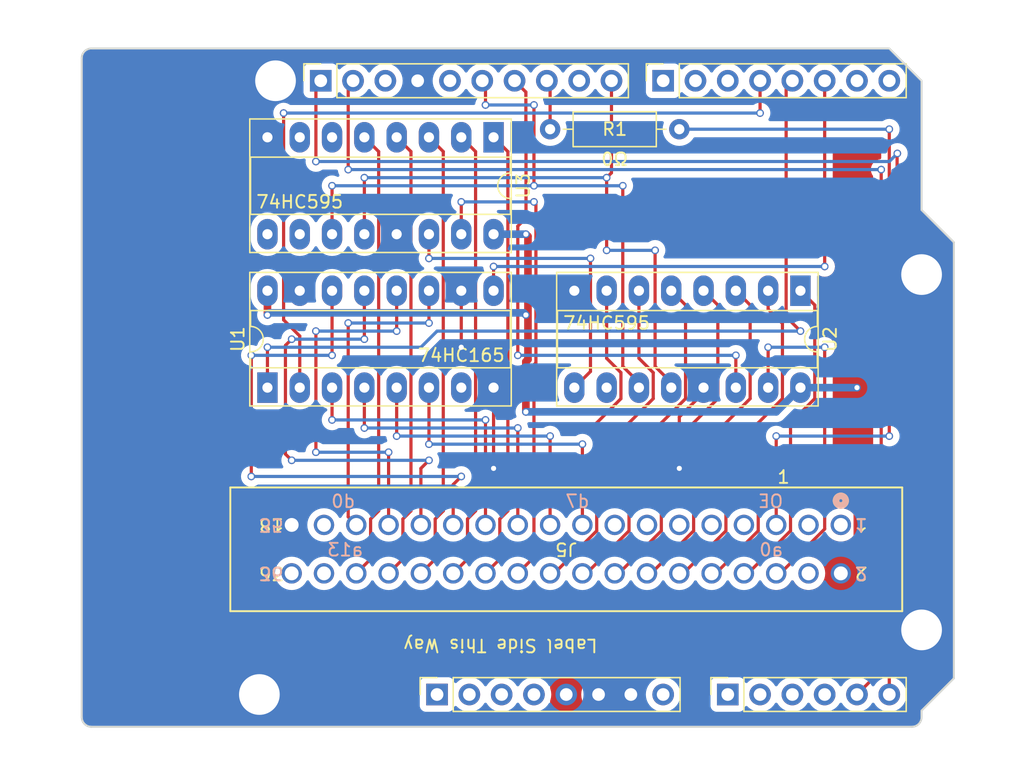
<source format=kicad_pcb>
(kicad_pcb (version 20221018) (generator pcbnew)
  (title_block (date "mar. 31 mars 2015"))
  (layers (0 "F.Cu" signal) (31 "B.Cu" signal) (34 "B.Paste" user) (35 "F.Paste" user) (36 "B.SilkS" user "B.Silkscreen") (37 "F.SilkS" user "F.Silkscreen") (38 "B.Mask" user) (39 "F.Mask" user) (44 "Edge.Cuts" user))
  (net 0 "")
  (net 1 "GND")
  (net 3 "+5V")
  (net 4 "/IOREF")
  (net 5 "/A0")
  (net 6 "/A1")
  (net 7 "/A2")
  (net 8 "/A3")
  (net 9 "/SDA{slash}A4")
  (net 10 "/SCL{slash}A5")
  (net 11 "/13")
  (net 12 "/12")
  (net 13 "/AREF")
  (net 14 "/8")
  (net 15 "/7")
  (net 16 "/*11")
  (net 17 "/*10")
  (net 18 "/*9")
  (net 19 "/4")
  (net 20 "/2")
  (net 21 "/*6")
  (net 22 "/*5")
  (net 23 "/TX{slash}1")
  (net 24 "/*3")
  (net 25 "/RX{slash}0")
  (net 26 "+3V3")
  (net 27 "VCC")
  (net 28 "/~{RESET}")
  (net 32 "/ROM_OE")
  (net 33 "/ROM_A0")
  (net 35 "/ROM_A1")
  (net 37 "/ROM_A2")
  (net 39 "/ROM_A3")
  (net 41 "/ROM_A4")
  (net 43 "/ROM_A5")
  (net 44 "/ROM_D7")
  (net 45 "/ROM_A6")
  (net 46 "/ROM_D6")
  (net 47 "/ROM_A7")
  (net 48 "/ROM_D5")
  (net 49 "/ROM_A8")
  (net 50 "/ROM_D4")
  (net 51 "/ROM_A9")
  (net 52 "/ROM_D3")
  (net 53 "/ROM_A10")
  (net 54 "/ROM_D2")
  (net 55 "/ROM_A11")
  (net 56 "/ROM_D1")
  (net 57 "/ROM_A12")
  (net 58 "/ROM_D0")
  (net 59 "/ROM_A13")
  (net 64 "Net-(U2-QH')")
  (footprint "Connector_PinSocket_2.54mm:PinSocket_1x08_P2.54mm_Vertical" (layer "F.Cu") (at 127.94 97.46 90)
    (fp_text reference "J1" hide)
    (fp_text value "Power")
    (fp_line (start -1.33 1.27) (end -1.33 19.11) (stroke (width 0.12)) (layer "F.SilkS"))
    (fp_line (start -1.33 1.27) (end 1.33 1.27) (stroke (width 0.12)) (layer "F.SilkS"))
    (fp_line (start -1.33 19.11) (end 1.33 19.11) (stroke (width 0.12)) (layer "F.SilkS"))
    (fp_line (start 0 -1.33) (end 1.33 -1.33) (stroke (width 0.12)) (layer "F.SilkS"))
    (fp_line (start 1.33 -1.33) (end 1.33 0) (stroke (width 0.12)) (layer "F.SilkS"))
    (fp_line (start 1.33 1.27) (end 1.33 19.11) (stroke (width 0.12)) (layer "F.SilkS"))
    (pad "1" thru_hole rect locked (at 0 0 90) (size 1.7 1.7) (drill 1) (layers "*.Cu" "*.Mask"))
    (pad "2" thru_hole oval locked (at 0 2.54 90) (size 1.7 1.7) (drill 1) (layers "*.Cu" "*.Mask") (net 4 "/IOREF"))
    (pad "3" thru_hole oval locked (at 0 5.08 90) (size 1.7 1.7) (drill 1) (layers "*.Cu" "*.Mask") (net 28 "/~{RESET}"))
    (pad "4" thru_hole oval locked (at 0 7.62 90) (size 1.7 1.7) (drill 1) (layers "*.Cu" "*.Mask") (net 26 "+3V3"))
    (pad "5" thru_hole oval locked (at 0 10.16 90) (size 1.7 1.7) (drill 1) (layers "*.Cu" "*.Mask") (net 3 "+5V"))
    (pad "6" thru_hole oval locked (at 0 12.7 90) (size 1.7 1.7) (drill 1) (layers "*.Cu" "*.Mask") (net 1 "GND"))
    (pad "7" thru_hole oval locked (at 0 15.24 90) (size 1.7 1.7) (drill 1) (layers "*.Cu" "*.Mask") (net 1 "GND"))
    (pad "8" thru_hole oval locked (at 0 17.78 90) (size 1.7 1.7) (drill 1) (layers "*.Cu" "*.Mask") (net 27 "VCC"))
  )
  (footprint "Connector_PinSocket_2.54mm:PinSocket_1x06_P2.54mm_Vertical" (layer "F.Cu") (at 150.8 97.46 90)
    (fp_text reference "J3" hide)
    (fp_text value "Analog")
    (fp_line (start -1.33 1.27) (end -1.33 14.03) (stroke (width 0.12)) (layer "F.SilkS"))
    (fp_line (start -1.33 1.27) (end 1.33 1.27) (stroke (width 0.12)) (layer "F.SilkS"))
    (fp_line (start -1.33 14.03) (end 1.33 14.03) (stroke (width 0.12)) (layer "F.SilkS"))
    (fp_line (start 0 -1.33) (end 1.33 -1.33) (stroke (width 0.12)) (layer "F.SilkS"))
    (fp_line (start 1.33 -1.33) (end 1.33 0) (stroke (width 0.12)) (layer "F.SilkS"))
    (fp_line (start 1.33 1.27) (end 1.33 14.03) (stroke (width 0.12)) (layer "F.SilkS"))
    (pad "1" thru_hole rect locked (at 0 0 90) (size 1.7 1.7) (drill 1) (layers "*.Cu" "*.Mask") (net 5 "/A0"))
    (pad "2" thru_hole oval locked (at 0 2.54 90) (size 1.7 1.7) (drill 1) (layers "*.Cu" "*.Mask") (net 6 "/A1"))
    (pad "3" thru_hole oval locked (at 0 5.08 90) (size 1.7 1.7) (drill 1) (layers "*.Cu" "*.Mask") (net 7 "/A2"))
    (pad "4" thru_hole oval locked (at 0 7.62 90) (size 1.7 1.7) (drill 1) (layers "*.Cu" "*.Mask") (net 8 "/A3"))
    (pad "5" thru_hole oval locked (at 0 10.16 90) (size 1.7 1.7) (drill 1) (layers "*.Cu" "*.Mask") (net 9 "/SDA{slash}A4"))
    (pad "6" thru_hole oval locked (at 0 12.7 90) (size 1.7 1.7) (drill 1) (layers "*.Cu" "*.Mask") (net 10 "/SCL{slash}A5"))
  )
  (footprint "Connector_PinSocket_2.54mm:PinSocket_1x10_P2.54mm_Vertical" (layer "F.Cu") (at 118.796 49.2 90)
    (fp_text reference "J2" (at 0 -2.77 90) (layer "F.SilkS"))
    (fp_text value "Digital/PWM")
    (fp_line (start -1.33 1.27) (end -1.33 24.19) (stroke (width 0.12)) (layer "F.SilkS"))
    (fp_line (start -1.33 1.27) (end 1.33 1.27) (stroke (width 0.12)) (layer "F.SilkS"))
    (fp_line (start -1.33 24.19) (end 1.33 24.19) (stroke (width 0.12)) (layer "F.SilkS"))
    (fp_line (start 0 -1.33) (end 1.33 -1.33) (stroke (width 0.12)) (layer "F.SilkS"))
    (fp_line (start 1.33 -1.33) (end 1.33 0) (stroke (width 0.12)) (layer "F.SilkS"))
    (fp_line (start 1.33 1.27) (end 1.33 24.19) (stroke (width 0.12)) (layer "F.SilkS"))
    (pad "1" thru_hole rect locked (at 0 0 90) (size 1.7 1.7) (drill 1) (layers "*.Cu" "*.Mask") (net 10 "/SCL{slash}A5"))
    (pad "2" thru_hole oval locked (at 0 2.54 90) (size 1.7 1.7) (drill 1) (layers "*.Cu" "*.Mask") (net 9 "/SDA{slash}A4"))
    (pad "3" thru_hole oval locked (at 0 5.08 90) (size 1.7 1.7) (drill 1) (layers "*.Cu" "*.Mask") (net 13 "/AREF"))
    (pad "4" thru_hole oval locked (at 0 7.62 90) (size 1.7 1.7) (drill 1) (layers "*.Cu" "*.Mask") (net 1 "GND"))
    (pad "5" thru_hole oval locked (at 0 10.16 90) (size 1.7 1.7) (drill 1) (layers "*.Cu" "*.Mask") (net 11 "/13"))
    (pad "6" thru_hole oval locked (at 0 12.7 90) (size 1.7 1.7) (drill 1) (layers "*.Cu" "*.Mask") (net 12 "/12"))
    (pad "7" thru_hole oval locked (at 0 15.24 90) (size 1.7 1.7) (drill 1) (layers "*.Cu" "*.Mask") (net 16 "/*11"))
    (pad "8" thru_hole oval locked (at 0 17.78 90) (size 1.7 1.7) (drill 1) (layers "*.Cu" "*.Mask") (net 17 "/*10"))
    (pad "9" thru_hole oval locked (at 0 20.32 90) (size 1.7 1.7) (drill 1) (layers "*.Cu" "*.Mask") (net 18 "/*9"))
    (pad "10" thru_hole oval locked (at 0 22.86 90) (size 1.7 1.7) (drill 1) (layers "*.Cu" "*.Mask") (net 14 "/8"))
  )
  (footprint "Connector_PinSocket_2.54mm:PinSocket_1x08_P2.54mm_Vertical" (layer "F.Cu") (at 145.72 49.2 90)
    (fp_text reference "J4" hide)
    (fp_text value "Digital/PWM")
    (fp_line (start -1.33 1.27) (end -1.33 19.11) (stroke (width 0.12)) (layer "F.SilkS"))
    (fp_line (start -1.33 1.27) (end 1.33 1.27) (stroke (width 0.12)) (layer "F.SilkS"))
    (fp_line (start -1.33 19.11) (end 1.33 19.11) (stroke (width 0.12)) (layer "F.SilkS"))
    (fp_line (start 0 -1.33) (end 1.33 -1.33) (stroke (width 0.12)) (layer "F.SilkS"))
    (fp_line (start 1.33 -1.33) (end 1.33 0) (stroke (width 0.12)) (layer "F.SilkS"))
    (fp_line (start 1.33 1.27) (end 1.33 19.11) (stroke (width 0.12)) (layer "F.SilkS"))
    (pad "1" thru_hole rect locked (at 0 0 90) (size 1.7 1.7) (drill 1) (layers "*.Cu" "*.Mask") (net 15 "/7"))
    (pad "2" thru_hole oval locked (at 0 2.54 90) (size 1.7 1.7) (drill 1) (layers "*.Cu" "*.Mask") (net 21 "/*6"))
    (pad "3" thru_hole oval locked (at 0 5.08 90) (size 1.7 1.7) (drill 1) (layers "*.Cu" "*.Mask") (net 22 "/*5"))
    (pad "4" thru_hole oval locked (at 0 7.62 90) (size 1.7 1.7) (drill 1) (layers "*.Cu" "*.Mask") (net 19 "/4"))
    (pad "5" thru_hole oval locked (at 0 10.16 90) (size 1.7 1.7) (drill 1) (layers "*.Cu" "*.Mask") (net 24 "/*3"))
    (pad "6" thru_hole oval locked (at 0 12.7 90) (size 1.7 1.7) (drill 1) (layers "*.Cu" "*.Mask") (net 20 "/2"))
    (pad "7" thru_hole oval locked (at 0 15.24 90) (size 1.7 1.7) (drill 1) (layers "*.Cu" "*.Mask") (net 23 "/TX{slash}1"))
    (pad "8" thru_hole oval locked (at 0 17.78 90) (size 1.7 1.7) (drill 1) (layers "*.Cu" "*.Mask") (net 25 "/RX{slash}0"))
  )
  (footprint "Package_DIP:DIP-16_W7.62mm_Socket_LongPads" (layer "F.Cu") (at 114.605 73.33 90)
    (fp_text reference "U1" (at 3.81 -2.33 90) (layer "F.SilkS"))
    (fp_text value "74HC165" (at 2.54 15.24 180) (layer "F.SilkS"))
    (fp_line (start -1.44 -1.39) (end -1.44 19.17) (stroke (width 0.12)) (layer "F.SilkS"))
    (fp_line (start -1.44 19.17) (end 9.06 19.17) (stroke (width 0.12)) (layer "F.SilkS"))
    (fp_line (start 1.56 -1.33) (end 1.56 19.11) (stroke (width 0.12)) (layer "F.SilkS"))
    (fp_line (start 1.56 19.11) (end 6.06 19.11) (stroke (width 0.12)) (layer "F.SilkS"))
    (fp_line (start 2.81 -1.33) (end 1.56 -1.33) (stroke (width 0.12)) (layer "F.SilkS"))
    (fp_line (start 6.06 -1.33) (end 4.81 -1.33) (stroke (width 0.12)) (layer "F.SilkS"))
    (fp_line (start 6.06 19.11) (end 6.06 -1.33) (stroke (width 0.12)) (layer "F.SilkS"))
    (fp_line (start 9.06 -1.39) (end -1.44 -1.39) (stroke (width 0.12)) (layer "F.SilkS"))
    (fp_line (start 9.06 19.17) (end 9.06 -1.39) (stroke (width 0.12)) (layer "F.SilkS"))
    (fp_arc (start 4.81 -1.33) (mid 3.81 -0.33) (end 2.81 -1.33) (stroke (width 0.12)) (layer "F.SilkS"))
    (pad "1" thru_hole rect (at 0 0 90) (size 2.4 1.6) (drill 0.8) (layers "*.Cu" "*.Mask") (net 24 "/*3"))
    (pad "2" thru_hole oval (at 0 2.54 90) (size 2.4 1.6) (drill 0.8) (layers "*.Cu" "*.Mask") (net 19 "/4"))
    (pad "3" thru_hole oval (at 0 5.08 90) (size 2.4 1.6) (drill 0.8) (layers "*.Cu" "*.Mask") (net 50 "/ROM_D4"))
    (pad "4" thru_hole oval (at 0 7.62 90) (size 2.4 1.6) (drill 0.8) (layers "*.Cu" "*.Mask") (net 48 "/ROM_D5"))
    (pad "5" thru_hole oval (at 0 10.16 90) (size 2.4 1.6) (drill 0.8) (layers "*.Cu" "*.Mask") (net 46 "/ROM_D6"))
    (pad "6" thru_hole oval (at 0 12.7 90) (size 2.4 1.6) (drill 0.8) (layers "*.Cu" "*.Mask") (net 44 "/ROM_D7"))
    (pad "7" thru_hole oval (at 0 15.24 90) (size 2.4 1.6) (drill 0.8) (layers "*.Cu" "*.Mask"))
    (pad "8" thru_hole oval (at 0 17.78 90) (size 2.4 1.6) (drill 0.8) (layers "*.Cu" "*.Mask") (net 1 "GND"))
    (pad "9" thru_hole oval (at 7.62 17.78 90) (size 2.4 1.6) (drill 0.8) (layers "*.Cu" "*.Mask") (net 20 "/2"))
    (pad "10" thru_hole oval (at 7.62 15.24 90) (size 2.4 1.6) (drill 0.8) (layers "*.Cu" "*.Mask") (net 1 "GND"))
    (pad "11" thru_hole oval (at 7.62 12.7 90) (size 2.4 1.6) (drill 0.8) (layers "*.Cu" "*.Mask") (net 58 "/ROM_D0"))
    (pad "12" thru_hole oval (at 7.62 10.16 90) (size 2.4 1.6) (drill 0.8) (layers "*.Cu" "*.Mask") (net 56 "/ROM_D1"))
    (pad "13" thru_hole oval (at 7.62 7.62 90) (size 2.4 1.6) (drill 0.8) (layers "*.Cu" "*.Mask") (net 54 "/ROM_D2"))
    (pad "14" thru_hole oval (at 7.62 5.08 90) (size 2.4 1.6) (drill 0.8) (layers "*.Cu" "*.Mask") (net 52 "/ROM_D3"))
    (pad "15" thru_hole oval (at 7.62 2.54 90) (size 2.4 1.6) (drill 0.8) (layers "*.Cu" "*.Mask") (net 1 "GND"))
    (pad "16" thru_hole oval (at 7.62 0 90) (size 2.4 1.6) (drill 0.8) (layers "*.Cu" "*.Mask") (net 3 "+5V"))
  )
  (footprint "Resistor_THT:R_Axial_DIN0207_L6.3mm_D2.5mm_P10.16mm_Horizontal" (layer "F.Cu") (at 136.83 53.01)
    (fp_text reference "R1" (at 5.08 0) (layer "F.SilkS"))
    (fp_text value "0Ω" (at 5.08 2.37) (layer "F.SilkS"))
    (fp_line (start 1.04 0) (end 1.81 0) (stroke (width 0.12)) (layer "F.SilkS"))
    (fp_line (start 1.81 -1.37) (end 1.81 1.37) (stroke (width 0.12)) (layer "F.SilkS"))
    (fp_line (start 1.81 1.37) (end 8.35 1.37) (stroke (width 0.12)) (layer "F.SilkS"))
    (fp_line (start 8.35 -1.37) (end 1.81 -1.37) (stroke (width 0.12)) (layer "F.SilkS"))
    (fp_line (start 8.35 1.37) (end 8.35 -1.37) (stroke (width 0.12)) (layer "F.SilkS"))
    (fp_line (start 9.12 0) (end 8.35 0) (stroke (width 0.12)) (layer "F.SilkS"))
    (pad "1" thru_hole circle (at 0 0) (size 1.6 1.6) (drill 0.8) (layers "*.Cu" "*.Mask") (net 17 "/*10"))
    (pad "2" thru_hole oval (at 10.16 0) (size 1.6 1.6) (drill 0.8) (layers "*.Cu" "*.Mask") (net 32 "/ROM_OE"))
  )
  (footprint "Arduino_MountingHole:MountingHole_3.2mm" (layer "F.Cu") (at 115.24 49.2)
    (fp_text reference "MH1" hide)
    (fp_text value "MountingHole_3.2mm")
    (pad "" np_thru_hole circle locked (at 0 0) (size 3.2 3.2) (drill 3.2) (layers "*.Cu" "*.Mask"))
  )
  (footprint "TE_AMP_5530843-3:CONN_5530843-3_TYC" (layer "F.Cu") (at 159.69 84.125 180)
    (fp_text reference "J5" (at 21.59 -1.905 180 unlocked) (layer "F.SilkS"))
    (fp_text value "Video Art Edge")
    (fp_text user "1" (at -1.6002 0 180 unlocked) (layer "B.SilkS") (effects (justify mirror)))
    (fp_text user "36" (at 44.7802 -3.81 180 unlocked) (layer "B.SilkS") (effects (justify mirror)))
    (fp_text user "35" (at 44.7802 0 180 unlocked) (layer "B.SilkS") (effects (justify mirror)))
    (fp_text user "2" (at -1.6002 -3.81 180 unlocked) (layer "B.SilkS") (effects (justify mirror)))
    (fp_text user "2" (at -1.6002 -3.81 180 unlocked) (layer "F.SilkS"))
    (fp_text user "1" (at -1.6002 0 180 unlocked) (layer "F.SilkS"))
    (fp_text user "36" (at 44.7802 -3.81 180 unlocked) (layer "F.SilkS"))
    (fp_text user "18" (at 44.7802 0 180 unlocked) (layer "F.SilkS"))
    (fp_circle (center 0 1.905) (end 0.381 1.905) (stroke (width 0.508)) (fill none) (layer "B.SilkS"))
    (fp_line (start -4.826 -6.7818) (end -4.826 2.9464) (stroke (width 0.1524)) (layer "F.SilkS"))
    (fp_line (start -4.826 2.9464) (end 48.006 2.9464) (stroke (width 0.1524)) (layer "F.SilkS"))
    (fp_line (start 48.006 -6.7818) (end -4.826 -6.7818) (stroke (width 0.1524)) (layer "F.SilkS"))
    (fp_line (start 48.006 2.9464) (end 48.006 -6.7818) (stroke (width 0.1524)) (layer "F.SilkS"))
    (fp_circle (center 0 1.905) (end 0.381 1.905) (stroke (width 0.508)) (fill none) (layer "F.SilkS"))
    (pad "1" thru_hole circle (at 0 0 180) (size 1.6002 1.6002) (drill 1.0922) (layers "*.Cu" "*.Mask"))
    (pad "2" thru_hole circle (at 0 -3.81 180) (size 1.6002 1.6002) (drill 1.0922) (layers "*.Cu" "*.Mask") (net 3 "+5V"))
    (pad "3" thru_hole circle (at 2.54 0 180) (size 1.6002 1.6002) (drill 1.0922) (layers "*.Cu" "*.Mask"))
    (pad "4" thru_hole circle (at 2.54 -3.81 180) (size 1.6002 1.6002) (drill 1.0922) (layers "*.Cu" "*.Mask"))
    (pad "5" thru_hole circle (at 5.08 0 180) (size 1.6002 1.6002) (drill 1.0922) (layers "*.Cu" "*.Mask") (net 32 "/ROM_OE"))
    (pad "6" thru_hole circle (at 5.08 -3.81 180) (size 1.6002 1.6002) (drill 1.0922) (layers "*.Cu" "*.Mask") (net 33 "/ROM_A0"))
    (pad "7" thru_hole circle (at 7.62 0 180) (size 1.6002 1.6002) (drill 1.0922) (layers "*.Cu" "*.Mask"))
    (pad "8" thru_hole circle (at 7.62 -3.81 180) (size 1.6002 1.6002) (drill 1.0922) (layers "*.Cu" "*.Mask") (net 35 "/ROM_A1"))
    (pad "9" thru_hole circle (at 10.16 0 180) (size 1.6002 1.6002) (drill 1.0922) (layers "*.Cu" "*.Mask"))
    (pad "10" thru_hole circle (at 10.16 -3.81 180) (size 1.6002 1.6002) (drill 1.0922) (layers "*.Cu" "*.Mask") (net 37 "/ROM_A2"))
    (pad "11" thru_hole circle (at 12.7 0 180) (size 1.6002 1.6002) (drill 1.0922) (layers "*.Cu" "*.Mask"))
    (pad "12" thru_hole circle (at 12.7 -3.81 180) (size 1.6002 1.6002) (drill 1.0922) (layers "*.Cu" "*.Mask") (net 39 "/ROM_A3"))
    (pad "13" thru_hole circle (at 15.24 0 180) (size 1.6002 1.6002) (drill 1.0922) (layers "*.Cu" "*.Mask"))
    (pad "14" thru_hole circle (at 15.24 -3.81 180) (size 1.6002 1.6002) (drill 1.0922) (layers "*.Cu" "*.Mask") (net 41 "/ROM_A4"))
    (pad "15" thru_hole circle (at 17.78 0 270) (size 1.6002 1.6002) (drill 1.0922) (layers "*.Cu" "*.Mask"))
    (pad "16" thru_hole circle (at 17.78 -3.81 180) (size 1.6002 1.6002) (drill 1.0922) (layers "*.Cu" "*.Mask") (net 43 "/ROM_A5"))
    (pad "17" thru_hole circle (at 20.32 0 180) (size 1.6002 1.6002) (drill 1.0922) (layers "*.Cu" "*.Mask") (net 44 "/ROM_D7"))
    (pad "18" thru_hole circle (at 20.32 -3.81 180) (size 1.6002 1.6002) (drill 1.0922) (layers "*.Cu" "*.Mask") (net 45 "/ROM_A6"))
    (pad "19" thru_hole circle (at 22.86 0 180) (size 1.6002 1.6002) (drill 1.0922) (layers "*.Cu" "*.Mask") (net 46 "/ROM_D6"))
    (pad "20" thru_hole circle (at 22.86 -3.81 180) (size 1.6002 1.6002) (drill 1.0922) (layers "*.Cu" "*.Mask") (net 47 "/ROM_A7"))
    (pad "21" thru_hole circle (at 25.4 0 180) (size 1.6002 1.6002) (drill 1.0922) (layers "*.Cu" "*.Mask") (net 48 "/ROM_D5"))
    (pad "22" thru_hole circle (at 25.4 -3.81 180) (size 1.6002 1.6002) (drill 1.0922) (layers "*.Cu" "*.Mask") (net 49 "/ROM_A8"))
    (pad "23" thru_hole circle (at 27.94 0 180) (size 1.6002 1.6002) (drill 1.0922) (layers "*.Cu" "*.Mask") (net 50 "/ROM_D4"))
    (pad "24" thru_hole circle (at 27.94 -3.81 180) (size 1.6002 1.6002) (drill 1.0922) (layers "*.Cu" "*.Mask") (net 51 "/ROM_A9"))
    (pad "25" thru_hole circle (at 30.48 0 180) (size 1.6002 1.6002) (drill 1.0922) (layers "*.Cu" "*.Mask") (net 52 "/ROM_D3"))
    (pad "26" thru_hole circle (at 30.48 -3.81 180) (size 1.6002 1.6002) (drill 1.0922) (layers "*.Cu" "*.Mask") (net 53 "/ROM_A10"))
    (pad "27" thru_hole circle (at 33.02 0 180) (size 1.6002 1.6002) (drill 1.0922) (layers "*.Cu" "*.Mask") (net 54 "/ROM_D2"))
    (pad "28" thru_hole circle (at 33.02 -3.81 180) (size 1.6002 1.6002) (drill 1.0922) (layers "*.Cu" "*.Mask") (net 55 "/ROM_A11"))
    (pad "29" thru_hole circle (at 35.56 0 180) (size 1.6002 1.6002) (drill 1.0922) (layers "*.Cu" "*.Mask") (net 56 "/ROM_D1"))
    (pad "30" thru_hole circle (at 35.56 -3.81 180) (size 1.6002 1.6002) (drill 1.0922) (layers "*.Cu" "*.Mask") (net 57 "/ROM_A12"))
    (pad "31" thru_hole circle (at 38.1 0 180) (size 1.6002 1.6002) (drill 1.0922) (layers "*.Cu" "*.Mask") (net 58 "/ROM_D0"))
    (pad "32" thru_hole circle (at 38.1 -3.81 180) (size 1.6002 1.6002) (drill 1.0922) (layers "*.Cu" "*.Mask") (net 59 "/ROM_A13"))
    (pad "33" thru_hole circle (at 40.64 0 180) (size 1.6002 1.6002) (drill 1.0922) (layers "*.Cu" "*.Mask"))
    (pad "34" thru_hole circle (at 40.64 -3.81 180) (size 1.6002 1.6002) (drill 1.0922) (layers "*.Cu" "*.Mask"))
    (pad "35" thru_hole circle (at 43.18 0 180) (size 1.6002 1.6002) (drill 1.0922) (layers "*.Cu" "*.Mask") (net 1 "GND"))
    (pad "36" thru_hole circle (at 43.18 -3.81 180) (size 1.6002 1.6002) (drill 1.0922) (layers "*.Cu" "*.Mask"))
  )
  (footprint "Package_DIP:DIP-16_W7.62mm_Socket_LongPads" (layer "F.Cu") (at 132.385 53.645 -90)
    (fp_text reference "U3" (at 3.81 -2.33 -90) (layer "F.SilkS"))
    (fp_text value "74HC595" (at 5.08 15.24) (layer "F.SilkS"))
    (fp_line (start -1.44 -1.39) (end -1.44 19.17) (stroke (width 0.12)) (layer "F.SilkS"))
    (fp_line (start -1.44 19.17) (end 9.06 19.17) (stroke (width 0.12)) (layer "F.SilkS"))
    (fp_line (start 1.56 -1.33) (end 1.56 19.11) (stroke (width 0.12)) (layer "F.SilkS"))
    (fp_line (start 1.56 19.11) (end 6.06 19.11) (stroke (width 0.12)) (layer "F.SilkS"))
    (fp_line (start 2.81 -1.33) (end 1.56 -1.33) (stroke (width 0.12)) (layer "F.SilkS"))
    (fp_line (start 6.06 -1.33) (end 4.81 -1.33) (stroke (width 0.12)) (layer "F.SilkS"))
    (fp_line (start 6.06 19.11) (end 6.06 -1.33) (stroke (width 0.12)) (layer "F.SilkS"))
    (fp_line (start 9.06 -1.39) (end -1.44 -1.39) (stroke (width 0.12)) (layer "F.SilkS"))
    (fp_line (start 9.06 19.17) (end 9.06 -1.39) (stroke (width 0.12)) (layer "F.SilkS"))
    (fp_arc (start 4.81 -1.33) (mid 3.81 -0.33) (end 2.81 -1.33) (stroke (width 0.12)) (layer "F.SilkS"))
    (pad "1" thru_hole rect (at 0 0 270) (size 2.4 1.6) (drill 0.8) (layers "*.Cu" "*.Mask") (net 51 "/ROM_A9"))
    (pad "2" thru_hole oval (at 0 2.54 270) (size 2.4 1.6) (drill 0.8) (layers "*.Cu" "*.Mask") (net 53 "/ROM_A10"))
    (pad "3" thru_hole oval (at 0 5.08 270) (size 2.4 1.6) (drill 0.8) (layers "*.Cu" "*.Mask") (net 55 "/ROM_A11"))
    (pad "4" thru_hole oval (at 0 7.62 270) (size 2.4 1.6) (drill 0.8) (layers "*.Cu" "*.Mask") (net 57 "/ROM_A12"))
    (pad "5" thru_hole oval (at 0 10.16 270) (size 2.4 1.6) (drill 0.8) (layers "*.Cu" "*.Mask") (net 59 "/ROM_A13"))
    (pad "6" thru_hole oval (at 0 12.7 270) (size 2.4 1.6) (drill 0.8) (layers "*.Cu" "*.Mask"))
    (pad "7" thru_hole oval (at 0 15.24 270) (size 2.4 1.6) (drill 0.8) (layers "*.Cu" "*.Mask"))
    (pad "8" thru_hole oval (at 0 17.78 270) (size 2.4 1.6) (drill 0.8) (layers "*.Cu" "*.Mask") (net 1 "GND"))
    (pad "9" thru_hole oval (at 7.62 17.78 270) (size 2.4 1.6) (drill 0.8) (layers "*.Cu" "*.Mask"))
    (pad "10" thru_hole oval (at 7.62 15.24 270) (size 2.4 1.6) (drill 0.8) (layers "*.Cu" "*.Mask"))
    (pad "11" thru_hole oval (at 7.62 12.7 270) (size 2.4 1.6) (drill 0.8) (layers "*.Cu" "*.Mask") (net 12 "/12"))
    (pad "12" thru_hole oval (at 7.62 10.16 270) (size 2.4 1.6) (drill 0.8) (layers "*.Cu" "*.Mask") (net 14 "/8"))
    (pad "13" thru_hole oval (at 7.62 7.62 270) (size 2.4 1.6) (drill 0.8) (layers "*.Cu" "*.Mask") (net 1 "GND"))
    (pad "14" thru_hole oval (at 7.62 5.08 270) (size 2.4 1.6) (drill 0.8) (layers "*.Cu" "*.Mask") (net 64 "Net-(U2-QH')"))
    (pad "15" thru_hole oval (at 7.62 2.54 270) (size 2.4 1.6) (drill 0.8) (layers "*.Cu" "*.Mask") (net 49 "/ROM_A8"))
    (pad "16" thru_hole oval (at 7.62 0 270) (size 2.4 1.6) (drill 0.8) (layers "*.Cu" "*.Mask") (net 3 "+5V"))
  )
  (footprint "Package_DIP:DIP-16_W7.62mm_Socket_LongPads" (layer "F.Cu") (at 156.515 65.71 -90)
    (fp_text reference "U2" (at 3.81 -2.33 -90) (layer "F.SilkS"))
    (fp_text value "74HC595" (at 2.54 15.24) (layer "F.SilkS"))
    (fp_line (start -1.44 -1.39) (end -1.44 19.17) (stroke (width 0.12)) (layer "F.SilkS"))
    (fp_line (start -1.44 19.17) (end 9.06 19.17) (stroke (width 0.12)) (layer "F.SilkS"))
    (fp_line (start 1.56 -1.33) (end 1.56 19.11) (stroke (width 0.12)) (layer "F.SilkS"))
    (fp_line (start 1.56 19.11) (end 6.06 19.11) (stroke (width 0.12)) (layer "F.SilkS"))
    (fp_line (start 2.81 -1.33) (end 1.56 -1.33) (stroke (width 0.12)) (layer "F.SilkS"))
    (fp_line (start 6.06 -1.33) (end 4.81 -1.33) (stroke (width 0.12)) (layer "F.SilkS"))
    (fp_line (start 6.06 19.11) (end 6.06 -1.33) (stroke (width 0.12)) (layer "F.SilkS"))
    (fp_line (start 9.06 -1.39) (end -1.44 -1.39) (stroke (width 0.12)) (layer "F.SilkS"))
    (fp_line (start 9.06 19.17) (end 9.06 -1.39) (stroke (width 0.12)) (layer "F.SilkS"))
    (fp_arc (start 4.81 -1.33) (mid 3.81 -0.33) (end 2.81 -1.33) (stroke (width 0.12)) (layer "F.SilkS"))
    (pad "1" thru_hole rect (at 0 0 270) (size 2.4 1.6) (drill 0.8) (layers "*.Cu" "*.Mask") (net 35 "/ROM_A1"))
    (pad "2" thru_hole oval (at 0 2.54 270) (size 2.4 1.6) (drill 0.8) (layers "*.Cu" "*.Mask") (net 37 "/ROM_A2"))
    (pad "3" thru_hole oval (at 0 5.08 270) (size 2.4 1.6) (drill 0.8) (layers "*.Cu" "*.Mask") (net 39 "/ROM_A3"))
    (pad "4" thru_hole oval (at 0 7.62 270) (size 2.4 1.6) (drill 0.8) (layers "*.Cu" "*.Mask") (net 41 "/ROM_A4"))
    (pad "5" thru_hole oval (at 0 10.16 270) (size 2.4 1.6) (drill 0.8) (layers "*.Cu" "*.Mask") (net 43 "/ROM_A5"))
    (pad "6" thru_hole oval (at 0 12.7 270) (size 2.4 1.6) (drill 0.8) (layers "*.Cu" "*.Mask") (net 45 "/ROM_A6"))
    (pad "7" thru_hole oval (at 0 15.24 270) (size 2.4 1.6) (drill 0.8) (layers "*.Cu" "*.Mask") (net 47 "/ROM_A7"))
    (pad "8" thru_hole oval (at 0 17.78 270) (size 2.4 1.6) (drill 0.8) (layers "*.Cu" "*.Mask") (net 1 "GND"))
    (pad "9" thru_hole oval (at 7.62 17.78 270) (size 2.4 1.6) (drill 0.8) (layers "*.Cu" "*.Mask") (net 64 "Net-(U2-QH')"))
    (pad "10" thru_hole oval (at 7.62 15.24 270) (size 2.4 1.6) (drill 0.8) (layers "*.Cu" "*.Mask"))
    (pad "11" thru_hole oval (at 7.62 12.7 270) (size 2.4 1.6) (drill 0.8) (layers "*.Cu" "*.Mask") (net 12 "/12"))
    (pad "12" thru_hole oval (at 7.62 10.16 270) (size 2.4 1.6) (drill 0.8) (layers "*.Cu" "*.Mask") (net 14 "/8"))
    (pad "13" thru_hole oval (at 7.62 7.62 270) (size 2.4 1.6) (drill 0.8) (layers "*.Cu" "*.Mask") (net 1 "GND"))
    (pad "14" thru_hole oval (at 7.62 5.08 270) (size 2.4 1.6) (drill 0.8) (layers "*.Cu" "*.Mask") (net 16 "/*11"))
    (pad "15" thru_hole oval (at 7.62 2.54 270) (size 2.4 1.6) (drill 0.8) (layers "*.Cu" "*.Mask") (net 33 "/ROM_A0"))
    (pad "16" thru_hole oval (at 7.62 0 270) (size 2.4 1.6) (drill 0.8) (layers "*.Cu" "*.Mask") (net 3 "+5V"))
  )
  (footprint "Arduino_MountingHole:MountingHole_3.2mm" (layer "F.Cu") (at 113.97 97.46)
    (fp_text reference "MH2" hide)
    (fp_text value "MountingHole_3.2mm")
    (pad "" np_thru_hole circle locked (at 0 0) (size 3.2 3.2) (drill 3.2) (layers "*.Cu" "*.Mask"))
  )
  (footprint "Arduino_MountingHole:MountingHole_3.2mm" (layer "F.Cu") (at 166.04 64.44)
    (fp_text reference "MH3" hide)
    (fp_text value "MountingHole_3.2mm")
    (pad "" np_thru_hole circle locked (at 0 0) (size 3.2 3.2) (drill 3.2) (layers "*.Cu" "*.Mask"))
  )
  (footprint "Arduino_MountingHole:MountingHole_3.2mm" (layer "F.Cu") (at 166.04 92.38)
    (fp_text reference "MH4" hide)
    (fp_text value "MountingHole_3.2mm")
    (pad "" np_thru_hole circle locked (at 0 0) (size 3.2 3.2) (drill 3.2) (layers "*.Cu" "*.Mask"))
  )
  (gr_line (start 166.04 59.36) (end 168.58 61.9) (stroke (width 0.15)) (layer "Edge.Cuts"))
  (gr_line (start 100 99.238) (end 100 47.422) (stroke (width 0.15)) (layer "Edge.Cuts"))
  (gr_line (start 168.58 61.9) (end 168.58 96.19) (stroke (width 0.15)) (layer "Edge.Cuts"))
  (gr_line (start 165.278 100) (end 100.762 100) (stroke (width 0.15)) (layer "Edge.Cuts"))
  (gr_line (start 100.762 46.66) (end 163.5 46.66) (stroke (width 0.15)) (layer "Edge.Cuts"))
  (gr_arc (start 100.762 100) (mid 100.223185 99.776815) (end 100 99.238) (stroke (width 0.15)) (layer "Edge.Cuts"))
  (gr_line (start 168.58 96.19) (end 166.04 98.73) (stroke (width 0.15)) (layer "Edge.Cuts"))
  (gr_line (start 163.5 46.66) (end 166.04 49.2) (stroke (width 0.15)) (layer "Edge.Cuts"))
  (gr_arc (start 166.04 99.238) (mid 165.816815 99.776815) (end 165.278 100) (stroke (width 0.15)) (layer "Edge.Cuts"))
  (gr_line (start 166.04 49.2) (end 166.04 59.36) (stroke (width 0.15)) (layer "Edge.Cuts"))
  (gr_line (start 166.04 98.73) (end 166.04 99.238) (stroke (width 0.15)) (layer "Edge.Cuts"))
  (gr_arc (start 100 47.422) (mid 100.223185 46.883185) (end 100.762 46.66) (stroke (width 0.15)) (layer "Edge.Cuts"))
  (gr_text "v0.2, leadedsolder.com" (at 105.715 47.93 90) (layer "F.Cu") (effects (font (size 1.5 1.5) (thickness 0.1875)) (justify right bottom)))
  (gr_text "ljn video art dumper" (at 103.81 47.93 90) (layer "F.Cu") (effects (font (size 2.5 2.5) (thickness 0.3125)) (justify right bottom)))
  (gr_text "d7" (at 140.005 82.855) (layer "B.SilkS") (effects (font (size 1 1)) (justify left bottom mirror)))
  (gr_text "a0" (at 155.245 86.665) (layer "B.SilkS") (effects (font (size 1 1)) (justify left bottom mirror)))
  (gr_text "OE" (at 155.245 82.855) (layer "B.SilkS") (effects (font (size 1 1)) (justify left bottom mirror)))
  (gr_text "d0" (at 121.59 82.855) (layer "B.SilkS") (effects (font (size 1 1)) (justify left bottom mirror)))
  (gr_text "a13" (at 122.225 86.665) (layer "B.SilkS") (effects (font (size 1 1)) (justify left bottom mirror)))
  (gr_text "1" (at 154.61 80.95) (layer "F.SilkS") (effects (font (size 1 1)) (justify left bottom)))
  (gr_text "Label Side This Way" (at 140.64 93.015 180) (layer "F.SilkS") (effects (font (size 1 1)) (justify left bottom)))
  (segment (start 148.895 73.73) (end 146.99 75.635) (width 0.25) (layer "F.Cu") (net 1))
  (segment (start 132.385 79.68) (end 132.385 73.33) (width 0.25) (layer "F.Cu") (net 1))
  (segment (start 129.845 65.71) (end 129.845 70.155) (width 0.25) (layer "F.Cu") (net 1))
  (segment (start 148.895 73.33) (end 148.895 73.73) (width 0.25) (layer "F.Cu") (net 1))
  (segment (start 146.99 75.635) (end 146.99 79.68) (width 0.25) (layer "F.Cu") (net 1))
  (via (at 132.385 79.68) (size 0.6) (drill 0.4) (layers "F.Cu" "B.Cu") (net 1))
  (via (at 146.99 79.68) (size 0.6) (drill 0.4) (layers "F.Cu" "B.Cu") (net 1))
  (via (at 129.845 70.155) (size 0.6) (drill 0.4) (layers "F.Cu" "B.Cu") (net 1))
  (segment (start 146.99 79.68) (end 132.385 79.68) (width 0.25) (layer "B.Cu") (net 1))
  (segment (start 135.0895 61.4295) (end 135.0895 71.121164) (width 0.6) (layer "F.Cu") (net 3))
  (segment (start 135.0895 71.121164) (end 134.925 71.285664) (width 0.6) (layer "F.Cu") (net 3))
  (segment (start 134.925 61.265) (end 135.0895 61.4295) (width 0.6) (layer "F.Cu") (net 3))
  (segment (start 160.9901 73.3601) (end 160.96 73.33) (width 0.6) (layer "F.Cu") (net 3))
  (segment (start 159.69 87.935) (end 160.9901 86.6349) (width 0.6) (layer "F.Cu") (net 3))
  (segment (start 160.9901 86.6349) (end 160.9901 73.3601) (width 0.6) (layer "F.Cu") (net 3))
  (segment (start 134.925 71.285664) (end 134.925 75.235) (width 0.6) (layer "F.Cu") (net 3))
  (segment (start 114.605 65.71) (end 114.605 67.615) (width 0.6) (layer "F.Cu") (net 3))
  (via (at 134.925 61.265) (size 0.6) (drill 0.4) (layers "F.Cu" "B.Cu") (net 3))
  (via (at 160.96 73.33) (size 0.6) (drill 0.4) (layers "F.Cu" "B.Cu") (net 3))
  (via (at 114.605 67.615) (size 0.6) (drill 0.4) (layers "F.Cu" "B.Cu") (net 3))
  (via (at 134.925 75.235) (size 0.6) (drill 0.4) (layers "F.Cu" "B.Cu") (net 3))
  (via (at 134.925 67.615) (size 0.6) (drill 0.4) (layers "F.Cu" "B.Cu") (net 3))
  (segment (start 114.77 67.45) (end 134.76 67.45) (width 0.6) (layer "B.Cu") (net 3))
  (segment (start 132.385 61.265) (end 134.925 61.265) (width 0.6) (layer "B.Cu") (net 3))
  (segment (start 134.76 67.45) (end 134.925 67.615) (width 0.6) (layer "B.Cu") (net 3))
  (segment (start 160.96 73.33) (end 156.515 73.33) (width 0.6) (layer "B.Cu") (net 3))
  (segment (start 114.605 67.615) (end 114.77 67.45) (width 0.6) (layer "B.Cu") (net 3))
  (segment (start 154.61 75.235) (end 156.515 73.33) (width 0.6) (layer "B.Cu") (net 3))
  (segment (start 134.925 75.235) (end 154.61 75.235) (width 0.6) (layer "B.Cu") (net 3))
  (segment (start 162.865 95.555) (end 160.96 97.46) (width 0.25) (layer "F.Cu") (net 9))
  (segment (start 162.865 56.185) (end 162.865 95.555) (width 0.25) (layer "F.Cu") (net 9))
  (segment (start 121.336 49.2) (end 120.955 49.581) (width 0.25) (layer "F.Cu") (net 9))
  (segment (start 120.955 49.581) (end 120.955 56.185) (width 0.25) (layer "F.Cu") (net 9))
  (via (at 162.865 56.185) (size 0.6) (drill 0.4) (layers "F.Cu" "B.Cu") (net 9))
  (via (at 120.955 56.185) (size 0.6) (drill 0.4) (layers "F.Cu" "B.Cu") (net 9))
  (segment (start 120.955 56.185) (end 162.865 56.185) (width 0.25) (layer "B.Cu") (net 9))
  (segment (start 164.115 54.935) (end 164.135 54.915) (width 0.25) (layer "F.Cu") (net 10))
  (segment (start 165.405 66.527361) (end 164.115 65.237361) (width 0.25) (layer "F.Cu") (net 10))
  (segment (start 118.415 55.55) (end 118.415 49.581) (width 0.25) (layer "F.Cu") (net 10))
  (segment (start 163.5 91.745) (end 165.405 89.84) (width 0.25) (layer "F.Cu") (net 10))
  (segment (start 163.5 97.46) (end 163.5 91.745) (width 0.25) (layer "F.Cu") (net 10))
  (segment (start 164.115 65.237361) (end 164.115 54.935) (width 0.25) (layer "F.Cu") (net 10))
  (segment (start 118.415 49.581) (end 118.796 49.2) (width 0.25) (layer "F.Cu") (net 10))
  (segment (start 165.405 89.84) (end 165.405 66.527361) (width 0.25) (layer "F.Cu") (net 10))
  (via (at 118.415 55.55) (size 0.6) (drill 0.4) (layers "F.Cu" "B.Cu") (net 10))
  (via (at 164.135 54.915) (size 0.6) (drill 0.4) (layers "F.Cu" "B.Cu") (net 10))
  (segment (start 163.5 55.55) (end 118.415 55.55) (width 0.25) (layer "B.Cu") (net 10))
  (segment (start 164.135 54.915) (end 163.5 55.55) (width 0.25) (layer "B.Cu") (net 10))
  (segment (start 143.815 72.93) (end 142.545 71.66) (width 0.25) (layer "F.Cu") (net 12))
  (segment (start 142.545 71.66) (end 142.545 57.455) (width 0.25) (layer "F.Cu") (net 12))
  (segment (start 135.56 57.455) (end 135.56 51.105) (width 0.25) (layer "F.Cu") (net 12))
  (segment (start 143.815 73.33) (end 143.815 72.93) (width 0.25) (layer "F.Cu") (net 12))
  (segment (start 119.685 61.265) (end 119.685 57.455) (width 0.25) (layer "F.Cu") (net 12))
  (segment (start 131.75 49.454) (end 131.496 49.2) (width 0.25) (layer "F.Cu") (net 12))
  (segment (start 131.75 51.105) (end 131.75 49.454) (width 0.25) (layer "F.Cu") (net 12))
  (via (at 135.56 57.455) (size 0.6) (drill 0.4) (layers "F.Cu" "B.Cu") (net 12))
  (via (at 119.685 57.455) (size 0.6) (drill 0.4) (layers "F.Cu" "B.Cu") (net 12))
  (via (at 135.56 51.105) (size 0.6) (drill 0.4) (layers "F.Cu" "B.Cu") (net 12))
  (via (at 142.545 57.455) (size 0.6) (drill 0.4) (layers "F.Cu" "B.Cu") (net 12))
  (via (at 131.75 51.105) (size 0.6) (drill 0.4) (layers "F.Cu" "B.Cu") (net 12))
  (segment (start 142.545 57.455) (end 135.56 57.455) (width 0.25) (layer "B.Cu") (net 12))
  (segment (start 135.56 51.105) (end 131.75 51.105) (width 0.25) (layer "B.Cu") (net 12))
  (segment (start 119.685 57.455) (end 135.56 57.455) (width 0.25) (layer "B.Cu") (net 12))
  (segment (start 141.275 56.82) (end 141.275 62.535) (width 0.25) (layer "F.Cu") (net 14))
  (segment (start 145.085 71.66) (end 146.355 72.93) (width 0.25) (layer "F.Cu") (net 14))
  (segment (start 145.085 62.535) (end 145.085 71.66) (width 0.25) (layer "F.Cu") (net 14))
  (segment (start 141.656 56.439) (end 141.275 56.82) (width 0.25) (layer "F.Cu") (net 14))
  (segment (start 141.656 49.2) (end 141.656 56.439) (width 0.25) (layer "F.Cu") (net 14))
  (segment (start 146.355 72.93) (end 146.355 73.33) (width 0.25) (layer "F.Cu") (net 14))
  (segment (start 122.225 56.82) (end 122.225 61.265) (width 0.25) (layer "F.Cu") (net 14))
  (via (at 141.275 62.535) (size 0.6) (drill 0.4) (layers "F.Cu" "B.Cu") (net 14))
  (via (at 122.225 56.82) (size 0.6) (drill 0.4) (layers "F.Cu" "B.Cu") (net 14))
  (via (at 145.085 62.535) (size 0.6) (drill 0.4) (layers "F.Cu" "B.Cu") (net 14))
  (via (at 141.275 56.82) (size 0.6) (drill 0.4) (layers "F.Cu" "B.Cu") (net 14))
  (segment (start 141.275 56.82) (end 122.225 56.82) (width 0.25) (layer "B.Cu") (net 14))
  (segment (start 141.275 62.535) (end 145.085 62.535) (width 0.25) (layer "B.Cu") (net 14))
  (segment (start 134.29 60.63) (end 134.29 70.79) (width 0.25) (layer "F.Cu") (net 16))
  (segment (start 134.935 52.385) (end 134.935 59.985) (width 0.25) (layer "F.Cu") (net 16))
  (segment (start 134.036 49.2) (end 134.925 50.089) (width 0.25) (layer "F.Cu") (net 16))
  (segment (start 134.925 50.089) (end 134.925 52.375) (width 0.25) (layer "F.Cu") (net 16))
  (segment (start 134.925 52.375) (end 134.935 52.385) (width 0.25) (layer "F.Cu") (net 16))
  (segment (start 151.435 70.79) (end 151.435 73.33) (width 0.25) (layer "F.Cu") (net 16))
  (segment (start 134.935 59.985) (end 134.29 60.63) (width 0.25) (layer "F.Cu") (net 16))
  (via (at 134.29 70.79) (size 0.6) (drill 0.4) (layers "F.Cu" "B.Cu") (net 16))
  (via (at 151.435 70.79) (size 0.6) (drill 0.4) (layers "F.Cu" "B.Cu") (net 16))
  (segment (start 134.29 70.79) (end 151.435 70.79) (width 0.25) (layer "B.Cu") (net 16))
  (segment (start 136.83 53.01) (end 136.83 49.454) (width 0.25) (layer "F.Cu") (net 17))
  (segment (start 136.83 49.454) (end 136.576 49.2) (width 0.25) (layer "F.Cu") (net 17))
  (segment (start 117.145 69.271116) (end 115.875 68.001116) (width 0.25) (layer "F.Cu") (net 19))
  (segment (start 115.875 68.001116) (end 115.875 51.74) (width 0.25) (layer "F.Cu") (net 19))
  (segment (start 153.34 51.74) (end 153.34 49.2) (width 0.25) (layer "F.Cu") (net 19))
  (segment (start 117.145 73.33) (end 117.145 69.271116) (width 0.25) (layer "F.Cu") (net 19))
  (via (at 153.34 51.74) (size 0.6) (drill 0.4) (layers "F.Cu" "B.Cu") (net 19))
  (via (at 115.875 51.74) (size 0.6) (drill 0.4) (layers "F.Cu" "B.Cu") (net 19))
  (segment (start 115.875 51.74) (end 153.34 51.74) (width 0.25) (layer "B.Cu") (net 19))
  (segment (start 158.42 49.2) (end 158.42 63.805) (width 0.25) (layer "F.Cu") (net 20))
  (segment (start 132.385 63.805) (end 132.385 65.71) (width 0.25) (layer "F.Cu") (net 20))
  (via (at 158.42 63.805) (size 0.6) (drill 0.4) (layers "F.Cu" "B.Cu") (net 20))
  (via (at 132.385 63.805) (size 0.6) (drill 0.4) (layers "F.Cu" "B.Cu") (net 20))
  (segment (start 158.42 63.805) (end 132.385 63.805) (width 0.25) (layer "B.Cu") (net 20))
  (segment (start 155.39 49.69) (end 155.39 67.76) (width 0.25) (layer "F.Cu") (net 24))
  (segment (start 155.39 67.76) (end 156.515 68.885) (width 0.25) (layer "F.Cu") (net 24))
  (segment (start 155.88 49.2) (end 155.39 49.69) (width 0.25) (layer "F.Cu") (net 24))
  (segment (start 114.605 73.33) (end 114.605 70.155) (width 0.25) (layer "F.Cu") (net 24))
  (via (at 114.605 70.155) (size 0.6) (drill 0.4) (layers "F.Cu" "B.Cu") (net 24))
  (via (at 156.515 68.885) (size 0.6) (drill 0.4) (layers "F.Cu" "B.Cu") (net 24))
  (segment (start 156.515 68.885) (end 127.94 68.885) (width 0.25) (layer "B.Cu") (net 24))
  (segment (start 114.605 70.155) (end 126.67 70.155) (width 0.25) (layer "B.Cu") (net 24))
  (segment (start 126.67 70.155) (end 127.305 69.52) (width 0.25) (layer "B.Cu") (net 24))
  (segment (start 127.94 68.885) (end 127.305 69.52) (width 0.25) (layer "B.Cu") (net 24))
  (segment (start 154.61 84.125) (end 154.61 77.14) (width 0.25) (layer "F.Cu") (net 32))
  (segment (start 163.5 77.14) (end 163.5 53.01) (width 0.25) (layer "F.Cu") (net 32))
  (via (at 154.61 77.14) (size 0.6) (drill 0.4) (layers "F.Cu" "B.Cu") (net 32))
  (via (at 163.5 53.01) (size 0.6) (drill 0.4) (layers "F.Cu" "B.Cu") (net 32))
  (via (at 163.5 77.14) (size 0.6) (drill 0.4) (layers "F.Cu" "B.Cu") (net 32))
  (segment (start 154.61 77.14) (end 163.5 77.14) (width 0.25) (layer "B.Cu") (net 32))
  (segment (start 163.5 53.01) (end 146.99 53.01) (width 0.25) (layer "B.Cu") (net 32))
  (segment (start 158.42 84.446132) (end 154.931132 87.935) (width 0.25) (layer "F.Cu") (net 33))
  (segment (start 153.975 73.33) (end 153.975 70.155) (width 0.25) (layer "F.Cu") (net 33))
  (segment (start 154.931132 87.935) (end 154.61 87.935) (width 0.25) (layer "F.Cu") (net 33))
  (segment (start 158.42 70.155) (end 158.42 84.446132) (width 0.25) (layer "F.Cu") (net 33))
  (via (at 158.42 70.155) (size 0.6) (drill 0.4) (layers "F.Cu" "B.Cu") (net 33))
  (via (at 153.975 70.155) (size 0.6) (drill 0.4) (layers "F.Cu" "B.Cu") (net 33))
  (segment (start 153.975 70.155) (end 158.42 70.155) (width 0.25) (layer "B.Cu") (net 33))
  (segment (start 156.515 65.71) (end 157.64 66.835) (width 0.25) (layer "F.Cu") (net 35))
  (segment (start 157.64 74.19599) (end 155.7351 76.10089) (width 0.25) (layer "F.Cu") (net 35))
  (segment (start 155.7351 84.591032) (end 152.391132 87.935) (width 0.25) (layer "F.Cu") (net 35))
  (segment (start 155.7351 76.10089) (end 155.7351 84.591032) (width 0.25) (layer "F.Cu") (net 35))
  (segment (start 157.64 66.835) (end 157.64 74.19599) (width 0.25) (layer "F.Cu") (net 35))
  (segment (start 152.391132 87.935) (end 152.07 87.935) (width 0.25) (layer "F.Cu") (net 35))
  (segment (start 153.975 67.16) (end 155.1 68.285) (width 0.25) (layer "F.Cu") (net 37))
  (segment (start 155.1 68.285) (end 155.1 74.19599) (width 0.25) (layer "F.Cu") (net 37))
  (segment (start 153.1951 84.591032) (end 149.851132 87.935) (width 0.25) (layer "F.Cu") (net 37))
  (segment (start 153.975 65.71) (end 153.975 67.16) (width 0.25) (layer "F.Cu") (net 37))
  (segment (start 153.1951 76.10089) (end 153.1951 84.591032) (width 0.25) (layer "F.Cu") (net 37))
  (segment (start 155.1 74.19599) (end 153.1951 76.10089) (width 0.25) (layer "F.Cu") (net 37))
  (segment (start 149.851132 87.935) (end 149.53 87.935) (width 0.25) (layer "F.Cu") (net 37))
  (segment (start 147.311132 87.935) (end 146.99 87.935) (width 0.25) (layer "F.Cu") (net 39))
  (segment (start 151.435 65.71) (end 152.56 66.835) (width 0.25) (layer "F.Cu") (net 39))
  (segment (start 152.56 74.19599) (end 150.6551 76.10089) (width 0.25) (layer "F.Cu") (net 39))
  (segment (start 150.6551 76.10089) (end 150.6551 84.591032) (width 0.25) (layer "F.Cu") (net 39))
  (segment (start 150.6551 84.591032) (end 147.311132 87.935) (width 0.25) (layer "F.Cu") (net 39))
  (segment (start 152.56 66.835) (end 152.56 74.19599) (width 0.25) (layer "F.Cu") (net 39))
  (segment (start 148.1151 76.10089) (end 148.1151 84.591032) (width 0.25) (layer "F.Cu") (net 41))
  (segment (start 150.02 74.19599) (end 148.1151 76.10089) (width 0.25) (layer "F.Cu") (net 41))
  (segment (start 144.771132 87.935) (end 144.45 87.935) (width 0.25) (layer "F.Cu") (net 41))
  (segment (start 150.02 66.835) (end 150.02 74.19599) (width 0.25) (layer "F.Cu") (net 41))
  (segment (start 148.895 65.71) (end 150.02 66.835) (width 0.25) (layer "F.Cu") (net 41))
  (segment (start 148.1151 84.591032) (end 144.771132 87.935) (width 0.25) (layer "F.Cu") (net 41))
  (segment (start 146.355 65.71) (end 147.48 66.835) (width 0.25) (layer "F.Cu") (net 43))
  (segment (start 142.231132 87.935) (end 141.91 87.935) (width 0.25) (layer "F.Cu") (net 43))
  (segment (start 145.5751 84.591032) (end 142.231132 87.935) (width 0.25) (layer "F.Cu") (net 43))
  (segment (start 147.48 74.19599) (end 145.5751 76.10089) (width 0.25) (layer "F.Cu") (net 43))
  (segment (start 145.5751 76.10089) (end 145.5751 84.591032) (width 0.25) (layer "F.Cu") (net 43))
  (segment (start 147.48 66.835) (end 147.48 74.19599) (width 0.25) (layer "F.Cu") (net 43))
  (segment (start 139.37 77.775) (end 139.37 84.125) (width 0.25) (layer "F.Cu") (net 44))
  (segment (start 127.305 73.33) (end 127.305 77.775) (width 0.25) (layer "F.Cu") (net 44))
  (via (at 127.305 77.775) (size 0.6) (drill 0.4) (layers "F.Cu" "B.Cu") (net 44))
  (via (at 139.37 77.775) (size 0.6) (drill 0.4) (layers "F.Cu" "B.Cu") (net 44))
  (segment (start 127.305 77.775) (end 139.37 77.775) (width 0.25) (layer "B.Cu") (net 44))
  (segment (start 143.815 71.02569) (end 144.94 72.15069) (width 0.25) (layer "F.Cu") (net 45))
  (segment (start 144.94 72.15069) (end 144.94 74.19599) (width 0.25) (layer "F.Cu") (net 45))
  (segment (start 144.94 74.19599) (end 143.0351 76.10089) (width 0.25) (layer "F.Cu") (net 45))
  (segment (start 143.0351 76.10089) (end 143.0351 84.591032) (width 0.25) (layer "F.Cu") (net 45))
  (segment (start 139.691132 87.935) (end 139.37 87.935) (width 0.25) (layer "F.Cu") (net 45))
  (segment (start 143.0351 84.591032) (end 139.691132 87.935) (width 0.25) (layer "F.Cu") (net 45))
  (segment (start 143.815 65.71) (end 143.815 71.02569) (width 0.25) (layer "F.Cu") (net 45))
  (segment (start 124.765 73.33) (end 124.765 77.14) (width 0.25) (layer "F.Cu") (net 46))
  (segment (start 136.83 77.14) (end 136.83 84.125) (width 0.25) (layer "F.Cu") (net 46))
  (via (at 136.83 77.14) (size 0.6) (drill 0.4) (layers "F.Cu" "B.Cu") (net 46))
  (via (at 124.765 77.14) (size 0.6) (drill 0.4) (layers "F.Cu" "B.Cu") (net 46))
  (segment (start 124.765 77.14) (end 136.83 77.14) (width 0.25) (layer "B.Cu") (net 46))
  (segment (start 137.151132 87.935) (end 136.83 87.935) (width 0.25) (layer "F.Cu") (net 47))
  (segment (start 140.4951 76.10089) (end 140.4951 84.591032) (width 0.25) (layer "F.Cu") (net 47))
  (segment (start 141.275 71.02569) (end 142.4 72.15069) (width 0.25) (layer "F.Cu") (net 47))
  (segment (start 141.275 65.71) (end 141.275 71.02569) (width 0.25) (layer "F.Cu") (net 47))
  (segment (start 142.4 74.19599) (end 140.4951 76.10089) (width 0.25) (layer "F.Cu") (net 47))
  (segment (start 140.4951 84.591032) (end 137.151132 87.935) (width 0.25) (layer "F.Cu") (net 47))
  (segment (start 142.4 72.15069) (end 142.4 74.19599) (width 0.25) (layer "F.Cu") (net 47))
  (segment (start 134.29 76.505) (end 134.29 84.125) (width 0.25) (layer "F.Cu") (net 48))
  (segment (start 122.225 73.33) (end 122.225 76.505) (width 0.25) (layer "F.Cu") (net 48))
  (via (at 122.225 76.505) (size 0.6) (drill 0.4) (layers "F.Cu" "B.Cu") (net 48))
  (via (at 134.29 76.505) (size 0.6) (drill 0.4) (layers "F.Cu" "B.Cu") (net 48))
  (segment (start 122.225 76.505) (end 134.29 76.505) (width 0.25) (layer "B.Cu") (net 48))
  (segment (start 134.29 87.935) (end 135.56 86.665) (width 0.25) (layer "F.Cu") (net 49))
  (segment (start 135.56 71.533842) (end 135.714001 71.379841) (width 0.25) (layer "F.Cu") (net 49))
  (segment (start 135.714001 58.879001) (end 135.56 58.725) (width 0.25) (layer "F.Cu") (net 49))
  (segment (start 129.845 58.725) (end 129.845 61.265) (width 0.25) (layer "F.Cu") (net 49))
  (segment (start 135.56 86.665) (end 135.56 71.533842) (width 0.25) (layer "F.Cu") (net 49))
  (segment (start 135.714001 71.379841) (end 135.714001 58.879001) (width 0.25) (layer "F.Cu") (net 49))
  (via (at 135.56 58.725) (size 0.6) (drill 0.4) (layers "F.Cu" "B.Cu") (net 49))
  (via (at 129.845 58.725) (size 0.6) (drill 0.4) (layers "F.Cu" "B.Cu") (net 49))
  (segment (start 135.56 58.725) (end 129.845 58.725) (width 0.25) (layer "B.Cu") (net 49))
  (segment (start 119.685 75.87) (end 119.685 73.33) (width 0.25) (layer "F.Cu") (net 50))
  (segment (start 131.75 84.125) (end 131.75 75.87) (width 0.25) (layer "F.Cu") (net 50))
  (via (at 119.685 75.87) (size 0.6) (drill 0.4) (layers "F.Cu" "B.Cu") (net 50))
  (via (at 131.75 75.87) (size 0.6) (drill 0.4) (layers "F.Cu" "B.Cu") (net 50))
  (segment (start 131.75 75.87) (end 119.685 75.87) (width 0.25) (layer "B.Cu") (net 50))
  (segment (start 132.8751 83.658968) (end 132.8751 86.8099) (width 0.25) (layer "F.Cu") (net 51))
  (segment (start 132.8751 86.8099) (end 131.75 87.935) (width 0.25) (layer "F.Cu") (net 51))
  (segment (start 133.51 54.77) (end 133.51 83.024068) (width 0.25) (layer "F.Cu") (net 51))
  (segment (start 133.51 83.024068) (end 132.8751 83.658968) (width 0.25) (layer "F.Cu") (net 51))
  (segment (start 132.385 53.645) (end 133.51 54.77) (width 0.25) (layer "F.Cu") (net 51))
  (segment (start 113.335 80.315) (end 113.335 70.79) (width 0.25) (layer "F.Cu") (net 52))
  (segment (start 119.685 70.79) (end 119.685 65.71) (width 0.25) (layer "F.Cu") (net 52))
  (segment (start 129.21 84.125) (end 129.21 80.95) (width 0.25) (layer "F.Cu") (net 52))
  (segment (start 129.21 80.95) (end 129.845 80.315) (width 0.25) (layer "F.Cu") (net 52))
  (via (at 113.335 70.79) (size 0.6) (drill 0.4) (layers "F.Cu" "B.Cu") (net 52))
  (via (at 113.335 80.315) (size 0.6) (drill 0.4) (layers "F.Cu" "B.Cu") (net 52))
  (via (at 119.685 70.79) (size 0.6) (drill 0.4) (layers "F.Cu" "B.Cu") (net 52))
  (via (at 129.845 80.315) (size 0.6) (drill 0.4) (layers "F.Cu" "B.Cu") (net 52))
  (segment (start 113.335 70.79) (end 119.685 70.79) (width 0.25) (layer "B.Cu") (net 52))
  (segment (start 129.845 80.315) (end 113.335 80.315) (width 0.25) (layer "B.Cu") (net 52))
  (segment (start 130.3351 83.658968) (end 130.3351 86.8099) (width 0.25) (layer "F.Cu") (net 53))
  (segment (start 130.97 83.024068) (end 130.3351 83.658968) (width 0.25) (layer "F.Cu") (net 53))
  (segment (start 130.3351 86.8099) (end 129.21 87.935) (width 0.25) (layer "F.Cu") (net 53))
  (segment (start 130.97 54.77) (end 130.97 83.024068) (width 0.25) (layer "F.Cu") (net 53))
  (segment (start 129.845 53.645) (end 130.97 54.77) (width 0.25) (layer "F.Cu") (net 53))
  (segment (start 126.67 79.68) (end 126.67 84.125) (width 0.25) (layer "F.Cu") (net 54))
  (segment (start 122.225 65.71) (end 122.225 69.52) (width 0.25) (layer "F.Cu") (net 54))
  (segment (start 116.02 70.01) (end 116.02 78.555) (width 0.25) (layer "F.Cu") (net 54))
  (segment (start 127.305 79.045) (end 126.67 79.68) (width 0.25) (layer "F.Cu") (net 54))
  (segment (start 116.02 78.555) (end 116.51 79.045) (width 0.25) (layer "F.Cu") (net 54))
  (segment (start 116.51 69.52) (end 116.02 70.01) (width 0.25) (layer "F.Cu") (net 54))
  (via (at 116.51 69.52) (size 0.6) (drill 0.4) (layers "F.Cu" "B.Cu") (net 54))
  (via (at 127.305 79.045) (size 0.6) (drill 0.4) (layers "F.Cu" "B.Cu") (net 54))
  (via (at 116.51 79.045) (size 0.6) (drill 0.4) (layers "F.Cu" "B.Cu") (net 54))
  (via (at 122.225 69.52) (size 0.6) (drill 0.4) (layers "F.Cu" "B.Cu") (net 54))
  (segment (start 122.225 69.52) (end 116.51 69.52) (width 0.25) (layer "B.Cu") (net 54))
  (segment (start 116.51 79.045) (end 127.305 79.045) (width 0.25) (layer "B.Cu") (net 54))
  (segment (start 127.7951 86.8099) (end 126.67 87.935) (width 0.25) (layer "F.Cu") (net 55))
  (segment (start 127.305 53.645) (end 128.43 54.77) (width 0.25) (layer "F.Cu") (net 55))
  (segment (start 127.7951 83.658968) (end 127.7951 86.8099) (width 0.25) (layer "F.Cu") (net 55))
  (segment (start 128.43 83.024068) (end 127.7951 83.658968) (width 0.25) (layer "F.Cu") (net 55))
  (segment (start 128.43 54.77) (end 128.43 83.024068) (width 0.25) (layer "F.Cu") (net 55))
  (segment (start 124.765 65.71) (end 124.765 68.885) (width 0.25) (layer "F.Cu") (net 56))
  (segment (start 124.13 78.41) (end 124.13 84.125) (width 0.25) (layer "F.Cu") (net 56))
  (segment (start 118.415 68.885) (end 118.415 78.41) (width 0.25) (layer "F.Cu") (net 56))
  (via (at 118.415 78.41) (size 0.6) (drill 0.4) (layers "F.Cu" "B.Cu") (net 56))
  (via (at 124.13 78.41) (size 0.6) (drill 0.4) (layers "F.Cu" "B.Cu") (net 56))
  (via (at 124.765 68.885) (size 0.6) (drill 0.4) (layers "F.Cu" "B.Cu") (net 56))
  (via (at 118.415 68.885) (size 0.6) (drill 0.4) (layers "F.Cu" "B.Cu") (net 56))
  (segment (start 118.415 78.41) (end 124.13 78.41) (width 0.25) (layer "B.Cu") (net 56))
  (segment (start 124.765 68.885) (end 118.415 68.885) (width 0.25) (layer "B.Cu") (net 56))
  (segment (start 125.2551 86.8099) (end 124.13 87.935) (width 0.25) (layer "F.Cu") (net 57))
  (segment (start 125.2551 83.658968) (end 125.2551 86.8099) (width 0.25) (layer "F.Cu") (net 57))
  (segment (start 125.89 83.024068) (end 125.2551 83.658968) (width 0.25) (layer "F.Cu") (net 57))
  (segment (start 124.765 53.645) (end 125.89 54.77) (width 0.25) (layer "F.Cu") (net 57))
  (segment (start 125.89 54.77) (end 125.89 83.024068) (width 0.25) (layer "F.Cu") (net 57))
  (segment (start 120.955 83.49) (end 121.59 84.125) (width 0.25) (layer "F.Cu") (net 58))
  (segment (start 127.305 65.71) (end 127.305 68.25) (width 0.25) (layer "F.Cu") (net 58))
  (segment (start 120.955 68.25) (end 120.955 83.49) (width 0.25) (layer "F.Cu") (net 58))
  (via (at 127.305 68.25) (size 0.6) (drill 0.4) (layers "F.Cu" "B.Cu") (net 58))
  (via (at 120.955 68.25) (size 0.6) (drill 0.4) (layers "F.Cu" "B.Cu") (net 58))
  (segment (start 127.305 68.25) (end 120.955 68.25) (width 0.25) (layer "B.Cu") (net 58))
  (segment (start 123.35 54.77) (end 123.35 83.024068) (width 0.25) (layer "F.Cu") (net 59))
  (segment (start 122.7151 86.8099) (end 121.59 87.935) (width 0.25) (layer "F.Cu") (net 59))
  (segment (start 123.35 83.024068) (end 122.7151 83.658968) (width 0.25) (layer "F.Cu") (net 59))
  (segment (start 122.7151 83.658968) (end 122.7151 86.8099) (width 0.25) (layer "F.Cu") (net 59))
  (segment (start 122.225 53.645) (end 123.35 54.77) (width 0.25) (layer "F.Cu") (net 59))
  (segment (start 140.005 63.17) (end 140.005 72.06) (width 0.25) (layer "F.Cu") (net 64))
  (segment (start 127.305 61.265) (end 127.305 63.17) (width 0.25) (layer "F.Cu") (net 64))
  (segment (start 140.005 72.06) (end 138.735 73.33) (width 0.25) (layer "F.Cu") (net 64))
  (via (at 140.005 63.17) (size 0.6) (drill 0.4) (layers "F.Cu" "B.Cu") (net 64))
  (via (at 127.305 63.17) (size 0.6) (drill 0.4) (layers "F.Cu" "B.Cu") (net 64))
  (segment (start 127.305 63.17) (end 140.005 63.17) (width 0.25) (layer "B.Cu") (net 64))
  (zone (net 3) (net_name "+5V") (layer "F.Cu") (priority 1) (connect_pads yes (clearance 0.508)) (min_thickness 0.25) (fill yes (thermal_gap 0.5) (thermal_bridge_width 0.5))
    (polygon (pts (xy 136.83 94.92) (xy 136.83 99.365) (xy 139.37 99.365) (xy 139.37 95.555) (xy 157.785 95.555) (xy 157.785 86.03) (xy 153.975 86.03) (xy 153.975 91.745) (xy 136.195 91.745) (xy 136.195 94.92)))
  )
  (zone (net 3) (net_name "+5V") (layer "F.Cu") (priority 2) (connect_pads yes (clearance 0.508)) (min_thickness 0.25) (fill yes (thermal_gap 0.5) (thermal_bridge_width 0.5))
    (polygon (pts (xy 157.785 93.65) (xy 164.135 93.65) (xy 164.135 54.28) (xy 157.785 54.28) (xy 157.785 86.03)))
  )
  (zone (net 1) (net_name "GND") (layer "B.Cu") (connect_pads yes (clearance 0.508)) (min_thickness 0.25) (fill yes (thermal_gap 0.5) (thermal_bridge_width 0.5))
    (polygon (pts (xy 96.19 42.85) (xy 96.19 103.175) (xy 171.755 103.175) (xy 172.39 42.85)))
  )
)
</source>
